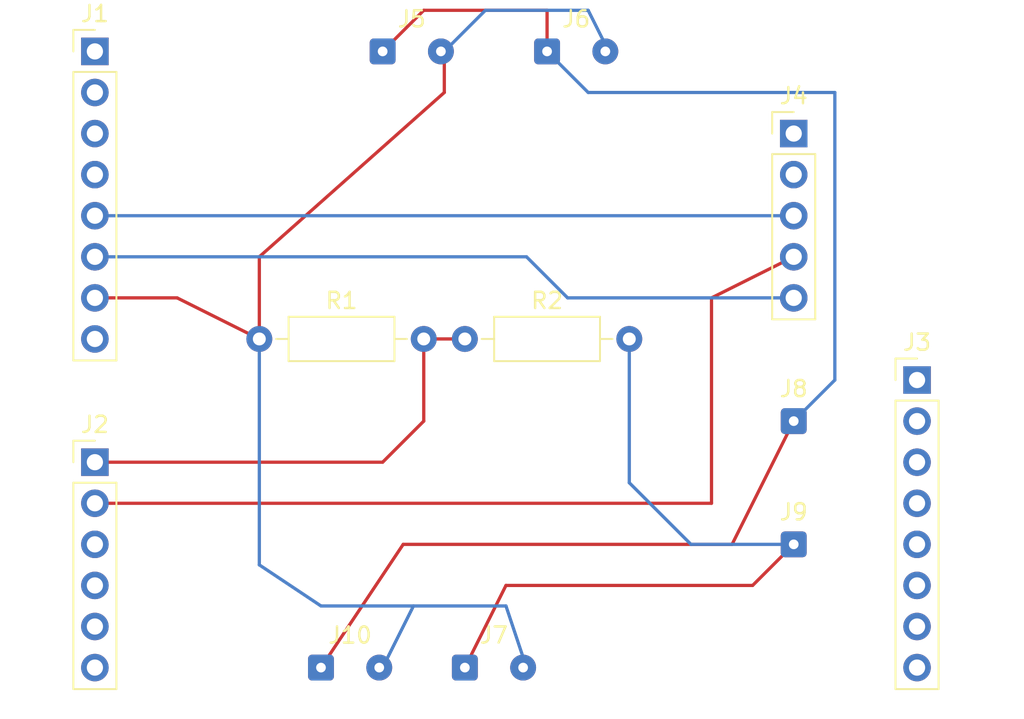
<source format=kicad_pcb>
(kicad_pcb (version 20211014) (generator pcbnew)
  (layers (0 "F.Cu" signal) (31 "B.Cu" signal) (34 "B.Paste" user) (35 "F.Paste" user) (36 "B.SilkS" user "B.Silkscreen") (37 "F.SilkS" user "F.Silkscreen") (38 "B.Mask" user) (39 "F.Mask" user) (44 "Edge.Cuts" user))
  (net 0 "")
  (net 5 "Net-(J1-Pad5)")
  (net 6 "Net-(J1-Pad6)")
  (net 7 "Net-(J1-Pad7)")
  (net 9 "Net-(J2-Pad1)")
  (net 10 "Net-(J2-Pad2)")
  (net 25 "Net-(J5-Pad1)")
  (net 26 "Net-(J7-Pad1)")
  (footprint "Connector_Wire:SolderWire-0.1sqmm_1x02_P3.6mm_D0.4mm_OD1mm" (layer "F.Cu") (at 113.03 88.9)
    (fp_text reference "J10" (at 1.8 -2) (layer "F.SilkS"))
    (fp_text value "Step Up Input")
    (pad "1" thru_hole roundrect (at 0 0) (size 1.6 1.6) (drill 0.6) (layers *.Cu *.Mask) (roundrect_rratio 0.15625) (net 25 "Net-(J5-Pad1)"))
    (pad "2" thru_hole circle (at 3.6 0) (size 1.6 1.6) (drill 0.6) (layers *.Cu *.Mask) (net 7 "Net-(J1-Pad7)"))
  )
  (footprint "Resistor_THT:R_Axial_DIN0207_L6.3mm_D2.5mm_P10.16mm_Horizontal" (layer "F.Cu") (at 121.92 68.58)
    (fp_text reference "R2" (at 5.08 -2.37) (layer "F.SilkS"))
    (fp_text value "470K")
    (fp_line (start 1.81 1.37) (end 8.35 1.37) (layer "F.SilkS") (width 0.12))
    (fp_line (start 9.12 0) (end 8.35 0) (layer "F.SilkS") (width 0.12))
    (fp_line (start 8.35 -1.37) (end 1.81 -1.37) (layer "F.SilkS") (width 0.12))
    (fp_line (start 8.35 1.37) (end 8.35 -1.37) (layer "F.SilkS") (width 0.12))
    (fp_line (start 1.04 0) (end 1.81 0) (layer "F.SilkS") (width 0.12))
    (fp_line (start 1.81 -1.37) (end 1.81 1.37) (layer "F.SilkS") (width 0.12))
    (pad "1" thru_hole circle (at 0 0) (size 1.6 1.6) (drill 0.8) (layers *.Cu *.Mask) (net 9 "Net-(J2-Pad1)"))
    (pad "2" thru_hole oval (at 10.16 0) (size 1.6 1.6) (drill 0.8) (layers *.Cu *.Mask) (net 26 "Net-(J7-Pad1)"))
  )
  (footprint "Connector_Wire:SolderWire-0.1sqmm_1x02_P3.6mm_D0.4mm_OD1mm" (layer "F.Cu") (at 121.92 88.9)
    (fp_text reference "J7" (at 1.8 -2) (layer "F.SilkS"))
    (fp_text value "BMS 3S")
    (pad "1" thru_hole roundrect (at 0 0) (size 1.6 1.6) (drill 0.6) (layers *.Cu *.Mask) (roundrect_rratio 0.15625) (net 26 "Net-(J7-Pad1)"))
    (pad "2" thru_hole circle (at 3.6 0) (size 1.6 1.6) (drill 0.6) (layers *.Cu *.Mask) (net 7 "Net-(J1-Pad7)"))
  )
  (footprint "Connector_Wire:SolderWire-0.1sqmm_1x02_P3.6mm_D0.4mm_OD1mm" (layer "F.Cu") (at 127 50.8)
    (fp_text reference "J6" (at 1.8 -2) (layer "F.SilkS"))
    (fp_text value "DC OUT")
    (pad "1" thru_hole roundrect (at 0 0) (size 1.6 1.6) (drill 0.6) (layers *.Cu *.Mask) (roundrect_rratio 0.15625) (net 25 "Net-(J5-Pad1)"))
    (pad "2" thru_hole circle (at 3.6 0) (size 1.6 1.6) (drill 0.6) (layers *.Cu *.Mask) (net 7 "Net-(J1-Pad7)"))
  )
  (footprint "Connector_PinHeader_2.54mm:PinHeader_1x05_P2.54mm_Vertical" (layer "F.Cu") (at 142.24 55.88)
    (fp_text reference "J4" (at 0 -2.33) (layer "F.SilkS"))
    (fp_text value "ACS712 Logic Connector")
    (fp_line (start -1.33 1.27) (end 1.33 1.27) (layer "F.SilkS") (width 0.12))
    (fp_line (start 1.33 1.27) (end 1.33 11.49) (layer "F.SilkS") (width 0.12))
    (fp_line (start -1.33 11.49) (end 1.33 11.49) (layer "F.SilkS") (width 0.12))
    (fp_line (start -1.33 0) (end -1.33 -1.33) (layer "F.SilkS") (width 0.12))
    (fp_line (start -1.33 1.27) (end -1.33 11.49) (layer "F.SilkS") (width 0.12))
    (fp_line (start -1.33 -1.33) (end 0 -1.33) (layer "F.SilkS") (width 0.12))
    (pad "1" thru_hole rect (at 0 0) (size 1.7 1.7) (drill 1) (layers *.Cu *.Mask))
    (pad "2" thru_hole oval (at 0 2.54) (size 1.7 1.7) (drill 1) (layers *.Cu *.Mask))
    (pad "3" thru_hole oval (at 0 5.08) (size 1.7 1.7) (drill 1) (layers *.Cu *.Mask) (net 5 "Net-(J1-Pad5)"))
    (pad "4" thru_hole oval (at 0 7.62) (size 1.7 1.7) (drill 1) (layers *.Cu *.Mask) (net 10 "Net-(J2-Pad2)"))
    (pad "5" thru_hole oval (at 0 10.16) (size 1.7 1.7) (drill 1) (layers *.Cu *.Mask) (net 6 "Net-(J1-Pad6)"))
  )
  (footprint "Connector_PinHeader_2.54mm:PinHeader_1x08_P2.54mm_Vertical" (layer "F.Cu") (at 99.06 50.8)
    (fp_text reference "J1" (at 0 -2.33) (layer "F.SilkS"))
    (fp_text value "Arduino V, GND")
    (fp_line (start -1.33 19.11) (end 1.33 19.11) (layer "F.SilkS") (width 0.12))
    (fp_line (start -1.33 1.27) (end -1.33 19.11) (layer "F.SilkS") (width 0.12))
    (fp_line (start -1.33 0) (end -1.33 -1.33) (layer "F.SilkS") (width 0.12))
    (fp_line (start -1.33 1.27) (end 1.33 1.27) (layer "F.SilkS") (width 0.12))
    (fp_line (start 1.33 1.27) (end 1.33 19.11) (layer "F.SilkS") (width 0.12))
    (fp_line (start -1.33 -1.33) (end 0 -1.33) (layer "F.SilkS") (width 0.12))
    (pad "1" thru_hole rect (at 0 0) (size 1.7 1.7) (drill 1) (layers *.Cu *.Mask))
    (pad "2" thru_hole oval (at 0 2.54) (size 1.7 1.7) (drill 1) (layers *.Cu *.Mask))
    (pad "3" thru_hole oval (at 0 5.08) (size 1.7 1.7) (drill 1) (layers *.Cu *.Mask))
    (pad "4" thru_hole oval (at 0 7.62) (size 1.7 1.7) (drill 1) (layers *.Cu *.Mask))
    (pad "5" thru_hole oval (at 0 10.16) (size 1.7 1.7) (drill 1) (layers *.Cu *.Mask) (net 5 "Net-(J1-Pad5)"))
    (pad "6" thru_hole oval (at 0 12.7) (size 1.7 1.7) (drill 1) (layers *.Cu *.Mask) (net 6 "Net-(J1-Pad6)"))
    (pad "7" thru_hole oval (at 0 15.24) (size 1.7 1.7) (drill 1) (layers *.Cu *.Mask) (net 7 "Net-(J1-Pad7)"))
    (pad "8" thru_hole oval (at 0 17.78) (size 1.7 1.7) (drill 1) (layers *.Cu *.Mask))
  )
  (footprint "Connector_Wire:SolderWire-0.1sqmm_1x02_P3.6mm_D0.4mm_OD1mm" (layer "F.Cu") (at 116.84 50.8)
    (fp_text reference "J5" (at 1.8 -2) (layer "F.SilkS"))
    (fp_text value "DC IN")
    (pad "1" thru_hole roundrect (at 0 0) (size 1.6 1.6) (drill 0.6) (layers *.Cu *.Mask) (roundrect_rratio 0.15625) (net 25 "Net-(J5-Pad1)"))
    (pad "2" thru_hole circle (at 3.6 0) (size 1.6 1.6) (drill 0.6) (layers *.Cu *.Mask) (net 7 "Net-(J1-Pad7)"))
  )
  (footprint "Resistor_THT:R_Axial_DIN0207_L6.3mm_D2.5mm_P10.16mm_Horizontal" (layer "F.Cu") (at 109.22 68.58)
    (fp_text reference "R1" (at 5.08 -2.37) (layer "F.SilkS"))
    (fp_text value "220K")
    (fp_line (start 1.81 -1.37) (end 1.81 1.37) (layer "F.SilkS") (width 0.12))
    (fp_line (start 8.35 -1.37) (end 1.81 -1.37) (layer "F.SilkS") (width 0.12))
    (fp_line (start 1.81 1.37) (end 8.35 1.37) (layer "F.SilkS") (width 0.12))
    (fp_line (start 8.35 1.37) (end 8.35 -1.37) (layer "F.SilkS") (width 0.12))
    (fp_line (start 9.12 0) (end 8.35 0) (layer "F.SilkS") (width 0.12))
    (fp_line (start 1.04 0) (end 1.81 0) (layer "F.SilkS") (width 0.12))
    (pad "1" thru_hole circle (at 0 0) (size 1.6 1.6) (drill 0.8) (layers *.Cu *.Mask) (net 7 "Net-(J1-Pad7)"))
    (pad "2" thru_hole oval (at 10.16 0) (size 1.6 1.6) (drill 0.8) (layers *.Cu *.Mask) (net 9 "Net-(J2-Pad1)"))
  )
  (footprint "Connector_Wire:SolderWire-0.1sqmm_1x01_D0.4mm_OD1mm" (layer "F.Cu") (at 142.24 81.28)
    (fp_text reference "J9" (at 0 -2) (layer "F.SilkS"))
    (fp_text value "ACS712 OUT")
    (pad "1" thru_hole roundrect (at 0 0) (size 1.6 1.6) (drill 0.6) (layers *.Cu *.Mask) (roundrect_rratio 0.15625) (net 26 "Net-(J7-Pad1)"))
  )
  (footprint "Connector_PinHeader_2.54mm:PinHeader_1x06_P2.54mm_Vertical" (layer "F.Cu") (at 99.06 76.2)
    (fp_text reference "J2" (at 0 -2.33) (layer "F.SilkS"))
    (fp_text value "Arduino A0..A5")
    (fp_line (start -1.33 1.27) (end -1.33 14.03) (layer "F.SilkS") (width 0.12))
    (fp_line (start -1.33 0) (end -1.33 -1.33) (layer "F.SilkS") (width 0.12))
    (fp_line (start 1.33 1.27) (end 1.33 14.03) (layer "F.SilkS") (width 0.12))
    (fp_line (start -1.33 1.27) (end 1.33 1.27) (layer "F.SilkS") (width 0.12))
    (fp_line (start -1.33 14.03) (end 1.33 14.03) (layer "F.SilkS") (width 0.12))
    (fp_line (start -1.33 -1.33) (end 0 -1.33) (layer "F.SilkS") (width 0.12))
    (pad "1" thru_hole rect (at 0 0) (size 1.7 1.7) (drill 1) (layers *.Cu *.Mask) (net 9 "Net-(J2-Pad1)"))
    (pad "2" thru_hole oval (at 0 2.54) (size 1.7 1.7) (drill 1) (layers *.Cu *.Mask) (net 10 "Net-(J2-Pad2)"))
    (pad "3" thru_hole oval (at 0 5.08) (size 1.7 1.7) (drill 1) (layers *.Cu *.Mask))
    (pad "4" thru_hole oval (at 0 7.62) (size 1.7 1.7) (drill 1) (layers *.Cu *.Mask))
    (pad "5" thru_hole oval (at 0 10.16) (size 1.7 1.7) (drill 1) (layers *.Cu *.Mask))
    (pad "6" thru_hole oval (at 0 12.7) (size 1.7 1.7) (drill 1) (layers *.Cu *.Mask))
  )
  (footprint "Connector_Wire:SolderWire-0.1sqmm_1x01_D0.4mm_OD1mm" (layer "F.Cu") (at 142.24 73.66)
    (fp_text reference "J8" (at 0 -2) (layer "F.SilkS"))
    (fp_text value "ACS712 IN")
    (pad "1" thru_hole roundrect (at 0 0) (size 1.6 1.6) (drill 0.6) (layers *.Cu *.Mask) (roundrect_rratio 0.15625) (net 25 "Net-(J5-Pad1)"))
  )
  (footprint "Connector_PinHeader_2.54mm:PinHeader_1x08_P2.54mm_Vertical" (layer "F.Cu") (at 149.86 71.12)
    (fp_text reference "J3" (at 0 -2.33) (layer "F.SilkS"))
    (fp_text value "Arduino D0 - D7")
    (fp_line (start -1.33 -1.33) (end 0 -1.33) (layer "F.SilkS") (width 0.12))
    (fp_line (start -1.33 1.27) (end -1.33 19.11) (layer "F.SilkS") (width 0.12))
    (fp_line (start -1.33 19.11) (end 1.33 19.11) (layer "F.SilkS") (width 0.12))
    (fp_line (start 1.33 1.27) (end 1.33 19.11) (layer "F.SilkS") (width 0.12))
    (fp_line (start -1.33 1.27) (end 1.33 1.27) (layer "F.SilkS") (width 0.12))
    (fp_line (start -1.33 0) (end -1.33 -1.33) (layer "F.SilkS") (width 0.12))
    (pad "1" thru_hole rect (at 0 0) (size 1.7 1.7) (drill 1) (layers *.Cu *.Mask))
    (pad "2" thru_hole oval (at 0 2.54) (size 1.7 1.7) (drill 1) (layers *.Cu *.Mask))
    (pad "3" thru_hole oval (at 0 5.08) (size 1.7 1.7) (drill 1) (layers *.Cu *.Mask))
    (pad "4" thru_hole oval (at 0 7.62) (size 1.7 1.7) (drill 1) (layers *.Cu *.Mask))
    (pad "5" thru_hole oval (at 0 10.16) (size 1.7 1.7) (drill 1) (layers *.Cu *.Mask))
    (pad "6" thru_hole oval (at 0 12.7) (size 1.7 1.7) (drill 1) (layers *.Cu *.Mask))
    (pad "7" thru_hole oval (at 0 15.24) (size 1.7 1.7) (drill 1) (layers *.Cu *.Mask))
    (pad "8" thru_hole oval (at 0 17.78) (size 1.7 1.7) (drill 1) (layers *.Cu *.Mask))
  )
  (gr_line (start 137.16 66.04) (end 142.24 63.5) (layer "F.Cu") (width 0.2))
  (gr_line (start 119.38 68.58) (end 121.92 68.58) (layer "F.Cu") (width 0.2))
  (gr_line (start 119.38 73.66) (end 119.38 68.58) (layer "F.Cu") (width 0.2))
  (gr_line (start 118.11 81.28) (end 138.43 81.28) (layer "F.Cu") (width 0.2))
  (gr_line (start 119.38 48.26) (end 127 48.26) (layer "F.Cu") (width 0.2))
  (gr_line (start 99.06 76.2) (end 116.84 76.2) (layer "F.Cu") (width 0.2))
  (gr_line (start 99.06 78.74) (end 137.16 78.74) (layer "F.Cu") (width 0.2))
  (gr_line (start 109.22 63.5) (end 120.65 53.34) (layer "F.Cu") (width 0.2))
  (gr_line (start 139.7 83.82) (end 142.24 81.28) (layer "F.Cu") (width 0.2))
  (gr_line (start 116.84 76.2) (end 119.38 73.66) (layer "F.Cu") (width 0.2))
  (gr_line (start 138.43 81.28) (end 142.24 73.66) (layer "F.Cu") (width 0.2))
  (gr_line (start 109.22 68.58) (end 109.22 63.5) (layer "F.Cu") (width 0.2))
  (gr_line (start 120.65 53.34) (end 120.65 50.8) (layer "F.Cu") (width 0.2))
  (gr_line (start 99.06 66.04) (end 104.14 66.04) (layer "F.Cu") (width 0.2))
  (gr_line (start 137.16 78.74) (end 137.16 66.04) (layer "F.Cu") (width 0.2))
  (gr_line (start 121.92 88.9) (end 124.46 83.82) (layer "F.Cu") (width 0.2))
  (gr_line (start 104.14 66.04) (end 109.22 68.58) (layer "F.Cu") (width 0.2))
  (gr_line (start 127 48.26) (end 127 50.8) (layer "F.Cu") (width 0.2))
  (gr_line (start 113.03 88.9) (end 118.11 81.28) (layer "F.Cu") (width 0.2))
  (gr_line (start 124.46 83.82) (end 139.7 83.82) (layer "F.Cu") (width 0.2))
  (gr_line (start 116.84 50.8) (end 119.38 48.26) (layer "F.Cu") (width 0.2))
  (gr_line (start 127 50.8) (end 129.54 53.34) (layer "B.Cu") (width 0.2))
  (gr_line (start 129.54 53.34) (end 144.78 53.34) (layer "B.Cu") (width 0.2))
  (gr_line (start 99.06 60.96) (end 142.24 60.96) (layer "B.Cu") (width 0.2))
  (gr_line (start 144.78 53.34) (end 144.78 71.12) (layer "B.Cu") (width 0.2))
  (gr_line (start 142.24 81.28) (end 135.89 81.28) (layer "B.Cu") (width 0.2))
  (gr_line (start 144.78 71.12) (end 142.24 73.66) (layer "B.Cu") (width 0.2))
  (gr_line (start 116.84 88.9) (end 118.745 85.09) (layer "B.Cu") (width 0.2))
  (gr_line (start 128.27 66.04) (end 142.24 66.04) (layer "B.Cu") (width 0.2))
  (gr_line (start 113.03 85.09) (end 109.22 82.55) (layer "B.Cu") (width 0.2))
  (gr_line (start 123.19 48.26) (end 129.54 48.26) (layer "B.Cu") (width 0.2))
  (gr_line (start 109.22 82.55) (end 109.22 68.58) (layer "B.Cu") (width 0.2))
  (gr_line (start 125.73 88.9) (end 124.46 85.09) (layer "B.Cu") (width 0.2))
  (gr_line (start 132.08 77.47) (end 132.08 68.58) (layer "B.Cu") (width 0.2))
  (gr_line (start 124.46 85.09) (end 113.03 85.09) (layer "B.Cu") (width 0.2))
  (gr_line (start 99.06 63.5) (end 125.73 63.5) (layer "B.Cu") (width 0.2))
  (gr_line (start 125.73 63.5) (end 128.27 66.04) (layer "B.Cu") (width 0.2))
  (gr_line (start 129.54 48.26) (end 130.81 50.8) (layer "B.Cu") (width 0.2))
  (gr_line (start 120.65 50.8) (end 123.19 48.26) (layer "B.Cu") (width 0.2))
  (gr_line (start 135.89 81.28) (end 132.08 77.47) (layer "B.Cu") (width 0.2))
)
</source>
